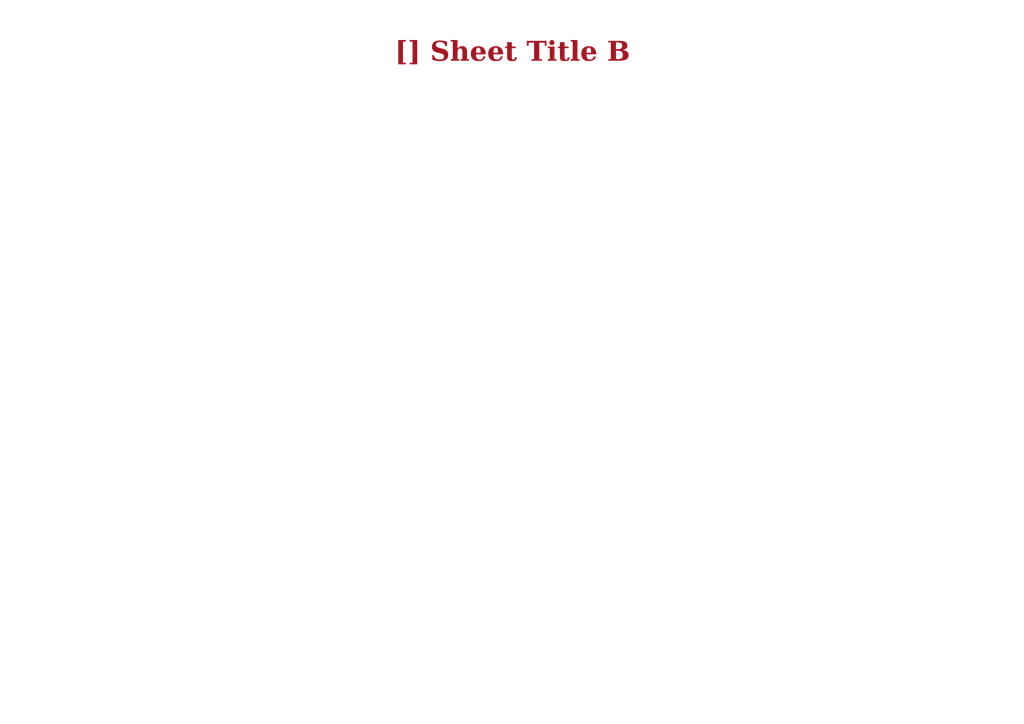
<source format=kicad_sch>
(kicad_sch
	(version 20250114)
	(generator "eeschema")
	(generator_version "9.0")
	(uuid "ea8c4f5e-7a49-4faf-a994-dbc85ed86b0a")
	(paper "A3")
	(title_block
		(title "Sheet Title B")
		(date "2025-01-12")
		(rev "${REVISION}")
		(company "${COMPANY}")
	)
	(lib_symbols)
	(text_box "[${#}] ${TITLE}"
		(exclude_from_sim no)
		(at 12.7 15.24 0)
		(size 394.97 12.7)
		(margins 5.9999 5.9999 5.9999 5.9999)
		(stroke
			(width -0.0001)
			(type default)
		)
		(fill
			(type none)
		)
		(effects
			(font
				(face "Times New Roman")
				(size 8 8)
				(thickness 1.2)
				(bold yes)
				(color 162 22 34 1)
			)
		)
		(uuid "524c500e-48b2-4d74-9c30-5c34bf6c2558")
	)
)

</source>
